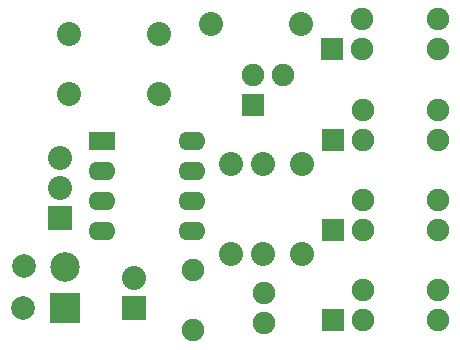
<source format=gtl>
G04 (created by PCBNEW-RS274X (2011-12-21 BZR 3253)-stable) date 29/03/2012 15:53:19*
G01*
G70*
G90*
%MOIN*%
G04 Gerber Fmt 3.4, Leading zero omitted, Abs format*
%FSLAX34Y34*%
G04 APERTURE LIST*
%ADD10C,0.006000*%
%ADD11R,0.075000X0.075000*%
%ADD12C,0.075000*%
%ADD13R,0.098400X0.098400*%
%ADD14C,0.098400*%
%ADD15C,0.078700*%
%ADD16C,0.080000*%
%ADD17R,0.090000X0.062000*%
%ADD18O,0.090000X0.062000*%
%ADD19R,0.080000X0.080000*%
G04 APERTURE END LIST*
G54D10*
G54D11*
X46510Y-24950D03*
G54D12*
X47510Y-23950D03*
X46510Y-23950D03*
G54D13*
X40250Y-31700D03*
G54D14*
X40250Y-30350D03*
G54D15*
X38850Y-31700D03*
X38900Y-30300D03*
G54D16*
X43385Y-22565D03*
X43385Y-24565D03*
X40385Y-22565D03*
X40385Y-24565D03*
G54D11*
X49200Y-32100D03*
G54D12*
X50200Y-32100D03*
X50200Y-31100D03*
X52700Y-26100D03*
X52700Y-25100D03*
G54D17*
X41500Y-26150D03*
G54D18*
X41500Y-27150D03*
X41500Y-28150D03*
X41500Y-29150D03*
X44500Y-29150D03*
X44500Y-28150D03*
X44500Y-27150D03*
X44500Y-26150D03*
G54D19*
X42550Y-31700D03*
G54D16*
X42550Y-30700D03*
G54D12*
X52675Y-29100D03*
X52675Y-28100D03*
X52700Y-32095D03*
X52700Y-31095D03*
X46900Y-32200D03*
X46900Y-31200D03*
G54D16*
X48150Y-26900D03*
X48150Y-29900D03*
X45120Y-22230D03*
X48120Y-22230D03*
X46850Y-29900D03*
X46850Y-26900D03*
X45800Y-26900D03*
X45800Y-29900D03*
G54D11*
X49170Y-23080D03*
G54D12*
X50170Y-23080D03*
X50170Y-22080D03*
G54D11*
X49200Y-26100D03*
G54D12*
X50200Y-26100D03*
X50200Y-25100D03*
G54D11*
X49200Y-29100D03*
G54D12*
X50200Y-29100D03*
X50200Y-28100D03*
X52695Y-23090D03*
X52695Y-22090D03*
X44520Y-32455D03*
X44520Y-30455D03*
G54D19*
X40100Y-28700D03*
G54D16*
X40100Y-27700D03*
X40100Y-26700D03*
M02*

</source>
